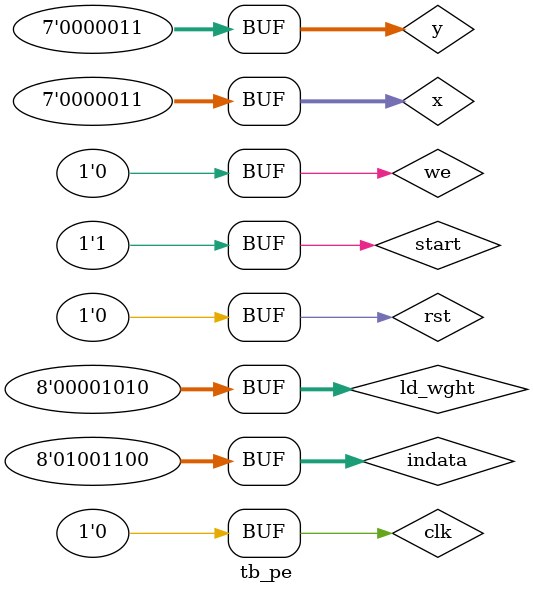
<source format=v>
`timescale 1ns / 1ps
module tb_pe#(parameter W=8,L=6, pix=5*5, dim=8);
reg clk, rst, start, we;
reg [W-1:0] indata, ld_wght;
reg [6:0]x,y;
wire [W-1:0]conv_out;
wire ready, we_O,done;
wire  [W-1:0] weight_out, h, v;

pe_new ut(.clk(clk), .rst(rst), .start(start), .we(we), .indata(indata), .weight_in(ld_wght), .x(x), .y(y), .conv_out(conv_out), .we_O(we_O), .done(done), .ready(ready), .weight_out(weight_out), .h(h), .v(v));

         always begin
                 clk = 1; #5; clk = 0; #5; // 10ns period
         end
         initial
         begin        
         #2 ld_wght=1;   we=1;       start=0; rst=0; x=3; y=3; 
         #10 ld_wght=2;
         #10 ld_wght=3;
         #10 ld_wght=4;
         #10 ld_wght=5;   
         #10 ld_wght=6;
         #10 ld_wght=7;
         #10 ld_wght=8;
         #10 ld_wght=9;
         #10 ld_wght=10; 
         #10 ld_wght=1;          
         #10 ld_wght=2;
         #10 ld_wght=3;
         #10 ld_wght=4;
         #10 ld_wght=5;   
         #10 ld_wght=6;
         #10 ld_wght=7;
         #10 ld_wght=8;
         #10 ld_wght=9;
         #10 ld_wght=10;
                     #10 ld_wght=1;          
         #10 ld_wght=2;
         #10 ld_wght=3;
         #10 ld_wght=4;
         #10 ld_wght=5;   
         #10 ld_wght=6;
         #10 ld_wght=7;
         #10 ld_wght=8;
         #10 ld_wght=9;
         #10 ld_wght=10;              
         #10 ld_wght=1;          
         #10 ld_wght=2;
         #10 ld_wght=3;
         #10 ld_wght=4;
         #10 ld_wght=5;   
         #10 ld_wght=6;
         #10 ld_wght=7;
         #10 ld_wght=8;
         #10 ld_wght=9;
         #10 ld_wght=10;              
         #10 ld_wght=1;          
         #10 ld_wght=2;
         #10 ld_wght=3;
         #10 ld_wght=4;
         #10 ld_wght=5;   
         #10 ld_wght=6;
         #10 ld_wght=7;
         #10 ld_wght=8;
         #10 ld_wght=9;
         #10 ld_wght=10;              
         #10 ld_wght=1;          
         #10 ld_wght=2;
         #10 ld_wght=3;
         #10 ld_wght=4;
         #10 ld_wght=5;   
         #10 ld_wght=6;
         #10 ld_wght=7;
         #10 ld_wght=8;
         #10 ld_wght=9;
         #10 ld_wght=10;              
         #10 ld_wght=1;          
         #10 ld_wght=2;
         #10 ld_wght=3;
         #10 ld_wght=4;
         #10 ld_wght=5;   
         #10 ld_wght=6;
         #10 ld_wght=7;
         #10 ld_wght=8;
         #10 ld_wght=9;
         #10 ld_wght=10;              
         #10 ld_wght=1;          
         #10 ld_wght=2;
         #10 ld_wght=3;
         #10 ld_wght=4;
         #10 ld_wght=5;   
         #10 ld_wght=6;
         #10 ld_wght=7;
         #10 ld_wght=8;
         #10 ld_wght=9;
         #10 ld_wght=10;              
         #10 ld_wght=1;          
         #10 ld_wght=2;
         #10 ld_wght=3;
         #10 ld_wght=4;
         #10 ld_wght=5;   
         #10 ld_wght=6;
         #10 ld_wght=7;
         #10 ld_wght=8;
         #10 ld_wght=9;
         #10 ld_wght=10;              
         #10 ld_wght=1;          
         #10 ld_wght=2;
         #10 ld_wght=3;
         #10 ld_wght=4;
         #10 ld_wght=5;   
         #10 ld_wght=6;
         #10 ld_wght=7;
         #10 ld_wght=8;
         #10 ld_wght=9;
         #10 ld_wght=10;              
         #10 ld_wght=1;          
         #10 ld_wght=2;
         #10 ld_wght=3;
         #10 ld_wght=4;
         #10 ld_wght=5;   
         #10 ld_wght=6;
         #10 ld_wght=7;
         #10 ld_wght=8;
         #10 ld_wght=9;
         #10 ld_wght=10;              
         #10 ld_wght=1;          
         #10 ld_wght=2;
         #10 ld_wght=3;
         #10 ld_wght=4;
         #10 ld_wght=5;   
         #10 ld_wght=6;
         #10 ld_wght=7;
         #10 ld_wght=8;
         #10 ld_wght=9;
         #10 ld_wght=10;              
         #10 ld_wght=1;          
         #10 ld_wght=2;
         #10 ld_wght=3;
         #10 ld_wght=4;
         #10 ld_wght=5;   
         #10 ld_wght=6;
         #10 ld_wght=7;
         #10 ld_wght=8;
         #10 ld_wght=9;
         #10 ld_wght=10;              
         #10 ld_wght=1;          
         #10 ld_wght=2;
         #10 ld_wght=3;
         #10 ld_wght=4;
         #10 ld_wght=5;   
         #10 ld_wght=6;
         #10 ld_wght=7;
         #10 ld_wght=8;
         #10 ld_wght=9;
         #10 ld_wght=10;              
         #10 ld_wght=1;          
         #10 ld_wght=2;
         #10 ld_wght=3;
         #10 ld_wght=4;
         #10 ld_wght=5;   
         #10 ld_wght=6;
         #10 ld_wght=7;
         #10 ld_wght=8;
         #10 ld_wght=9;
         #10 ld_wght=10;  
         #40;
         #10 we=0;
         #200; 
         #10  indata = 10; start=1; rst=0; x=3; y=3; //cnt=1; 
         #10  indata = 20;   //cnt = 2; 
         #10  indata = 30;   //cnt = 3;
         #10  indata = 40;   //cnt =  4;
         #10  indata = 50;   //cnt =  5;
         #10  indata = 60;   //cnt =  6;
         #10  indata = 70;  //cnt =  7;
         #10  indata = 80;   //cnt =  8; 
         #10  indata = 11;   //cnt =  9;
         #10  indata = 21;   //cnt =  10;
         #10  indata = 31;   //cnt =  11;
         #10  indata = 41;  //cnt =   12;
         #10  indata = 51;  //cnt =  13;
         #10  indata = 61;  //cnt=  14;
         #10  indata = 71;  //cnt =  15;
         #10  indata = 81;  //cnt =  16;
         #10  indata = 12;   //cnt =  17;
         #10  indata = 22;   //cnt =  18;
         #10  indata = 32;   //cnt =  19;
         #10  indata = 42;   //cnt =  20;
         #10  indata = 52;  //cnt =  21;
         #10  indata = 62;   //cnt =  22;
         #10  indata = 72;  //cnt =  23;
         #10  indata = 82;  //cnt =  24;
         #10  indata = 13;   //cnt =  25;
         #10  indata = 23;   //cnt =  26;
         #10  indata = 33;   //cnt =  27;
         #10  indata = 43;   //cnt =  28;
         #10  indata = 53;  //cnt =  29;
         #10  indata = 63;   //cnt =  30;
         #10  indata = 73;  //cnt =  31;
         #10  indata = 83;  //cnt =  32;
         #10  indata = 14;   //cnt =  33;
         #10  indata = 24;   //cnt =  34;
         #10  indata = 34;   //cnt =  35;
         #10  indata = 44;   //cnt =  36;
         #10  indata = 54;  //cnt =  37;
         #10  indata = 64;   //cnt =  38;
         #10  indata = 74;  //cnt =  39;
         #10  indata = 84;  //cnt=   40;
         #10  indata = 15;   //cnt =  41;
         #10  indata = 25;   //cnt =  42;
         #10  indata = 35;   //cnt =  43;
         #10  indata = 45;   //cnt =  44;
         #10  indata = 55;  //cnt =  45;
         #10  indata = 65;   //cnt =  46;
         #10  indata = 75;  //cnt =  47;
         #10  indata = 85;  //cnt =  48;
         #10  indata = 16;   //cnt =  49;
         #10  indata = 26;   //cnt =  50;
         #10  indata = 36; //cnt=   51;
         #10  indata = 46;   //cnt =  52;
         #10  indata = 56;  //cnt =  53;
         #10  indata = 66;   //cnt =  54;
         #10  indata = 76;  //cnt =  55;     
    end

endmodule

</source>
